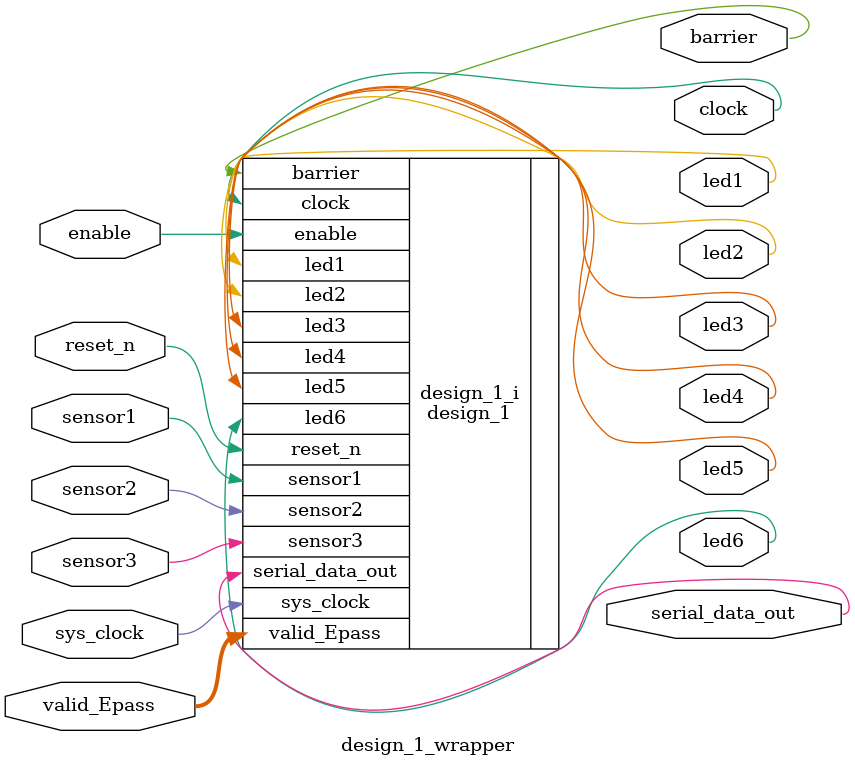
<source format=v>
`timescale 1 ps / 1 ps

module design_1_wrapper
   (barrier,
    clock,
    enable,
    led1,
    led2,
    led3,
    led4,
    led5,
    led6,
    reset_n,
    sensor1,
    sensor2,
    sensor3,
    serial_data_out,
    sys_clock,
    valid_Epass);
  output barrier;
  output clock;
  input enable;
  output led1;
  output led2;
  output led3;
  output led4;
  output led5;
  output led6;
  input reset_n;
  input sensor1;
  input sensor2;
  input sensor3;
  output serial_data_out;
  input sys_clock;
  input [1:0]valid_Epass;

  wire barrier;
  wire clock;
  wire enable;
  wire led1;
  wire led2;
  wire led3;
  wire led4;
  wire led5;
  wire led6;
  wire reset_n;
  wire sensor1;
  wire sensor2;
  wire sensor3;
  wire serial_data_out;
  wire sys_clock;
  wire [1:0]valid_Epass;

  design_1 design_1_i
       (.barrier(barrier),
        .clock(clock),
        .enable(enable),
        .led1(led1),
        .led2(led2),
        .led3(led3),
        .led4(led4),
        .led5(led5),
        .led6(led6),
        .reset_n(reset_n),
        .sensor1(sensor1),
        .sensor2(sensor2),
        .sensor3(sensor3),
        .serial_data_out(serial_data_out),
        .sys_clock(sys_clock),
        .valid_Epass(valid_Epass));
endmodule

</source>
